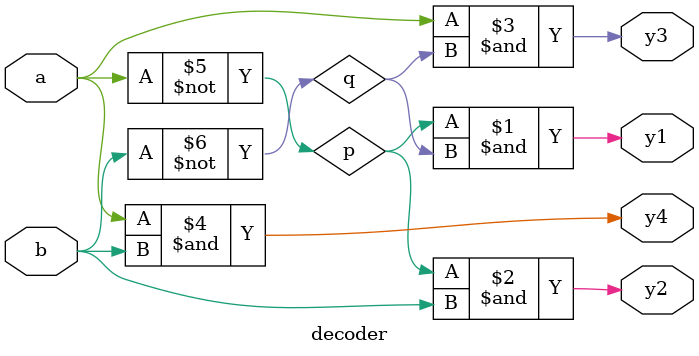
<source format=v>
module decoder(
  input a,b,
  output y1,y2,y3,y4);
  wire p,q;
  not (p,a),(q,b);
  and a1(y1,p,q);
  and a2(y2,p,b);
  and a3(y3,a,q);
  and a4(y4,a,b);
endmodule

</source>
